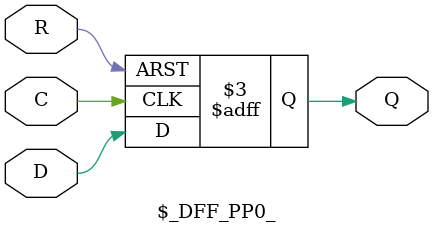
<source format=v>

module \$_DFF_PP0_ (D, C, R, Q);
input D, C, R;
output reg Q;
always @(posedge C or posedge R) begin
	if (R == 1)
		Q <= 0;
	else
		Q <= D;
end
endmodule

</source>
